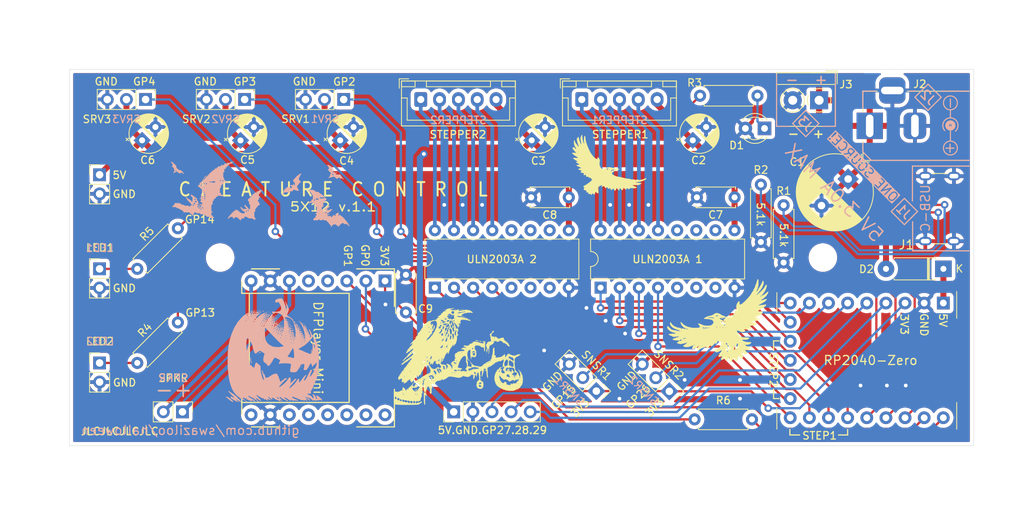
<source format=kicad_pcb>
(kicad_pcb (version 20241229) (generator "pcbnew") (generator_version "9.0")
  (layers (0 "F.Cu" signal) (2 "B.Cu" signal) (13 "F.Paste" user) (15 "B.Paste" user) (5 "F.SilkS" user "F.Silkscreen") (7 "B.SilkS" user "B.Silkscreen") (1 "F.Mask" user) (3 "B.Mask" user) (25 "Edge.Cuts" user))
  (net 0 "")
  (net 1 "5V")
  (net 2 "GND")
  (net 3 "3V3")
  (net 4 "GP0")
  (net 5 "GP1")
  (net 6 "GP2")
  (net 7 "GP3")
  (net 8 "GP4")
  (net 9 "GP5")
  (net 10 "GP6")
  (net 11 "GP7")
  (net 12 "GP8")
  (net 13 "GP9")
  (net 14 "GP10")
  (net 15 "GP11")
  (net 16 "GP12")
  (net 17 "GP13")
  (net 18 "GP14")
  (net 19 "GP15")
  (net 20 "GP26")
  (net 21 "GP27")
  (net 22 "GP28")
  (net 23 "GP29")
  (net 24 "SPKR+")
  (net 25 "SPKR-")
  (net 26 "LED1")
  (net 27 "LED2")
  (net 28 "S1-1")
  (net 29 "S1-2")
  (net 30 "S1-3")
  (net 31 "S1-4")
  (net 32 "S2-1")
  (net 33 "S2-2")
  (net 34 "S2-3")
  (net 35 "S2-4")
  (net 36 "RP-5V")
  (net 37 "D1")
  (net 38 "A5")
  (net 39 "B5")
  (net 40 "DFRX")
  (footprint "Connector_JST:JST_XH_B5B-XH-A_1x05_P2.50mm_Vertical" (layer "F.Cu") (at 126.625 34)
    (property "Reference" "STEPPER2")
    (property "Value" "JST_XH_B5B-XH-A_1x05_P2.50mm_Vertical")
  )
  (footprint "Capacitor_THT:C_Disc_D5.0mm_W2.5mm_P5.00mm" (layer "F.Cu") (at 124.654145 62.286805 90)
    (property "Reference" "C9")
    (property "Value" "C_Disc_D5.0mm_W2.5mm_P5.00mm")
  )
  (footprint "Connector_PinHeader_2.54mm:PinHeader_1x02_P2.54mm_Vertical" (layer "F.Cu") (at 84 69)
    (property "Reference" "LED2")
    (property "Value" "PinHeader_1x02_P2.54mm_Vertical")
  )
  (footprint "Resistor_THT:R_Axial_DIN0207_L6.3mm_D2.5mm_P7.62mm_Horizontal" (layer "F.Cu") (at 89 69 45)
    (property "Reference" "R4")
    (property "Value" "2.2 kΩ")
  )
  (footprint "Connector_PinHeader_2.54mm:PinHeader_1x03_P2.54mm_Vertical" (layer "F.Cu") (at 103.25 34 -90)
    (property "Reference" "SRV2")
    (property "Value" "PinHeader_1x03_P2.54mm_Vertical")
  )
  (footprint "Capacitor_THT:CP_Radial_D5.0mm_P2.50mm" (layer "F.Cu") (at 115.933411 39.426548 45)
    (property "Reference" "C4")
    (property "Value" "CP_Radial_D5.0mm_P2.50mm")
  )
  (footprint "TerminalBlock_4Ucon:TerminalBlock_4Ucon_1x02_P3.50mm_Horizontal" (layer "F.Cu") (at 179.5 34.102759 180)
    (property "Reference" "J3")
    (property "Value" "TerminalBlock_4Ucon_1x02_P3.50mm_Horizontal")
  )
  (footprint "Capacitor_THT:C_Disc_D5.0mm_W2.5mm_P5.00mm" (layer "F.Cu") (at 146.28 47 180)
    (property "Reference" "C8")
    (property "Value" "10nf")
  )
  (footprint "LED_THT:LED_D3.0mm" (layer "F.Cu") (at 172.256099 37.842402 180)
    (property "Reference" "D1")
    (property "Value" "LED_D3.0mm")
  )
  (footprint "cayenne:DFPlayer Mini" (layer "F.Cu") (at 113 67 -90)
    (property "Reference" "DFPlayer Mini")
    (property "Value" "DFPlayer Mini")
  )
  (footprint "Connector_PinHeader_2.54mm:PinHeader_1x02_P2.54mm_Vertical" (layer "F.Cu") (at 95 75.5 -90)
    (property "Reference" "SPKR")
    (property "Value" "PinHeader_1x02_P2.54mm_Vertical")
  )
  (footprint "Resistor_THT:R_Axial_DIN0207_L6.3mm_D2.5mm_P7.62mm_Horizontal" (layer "F.Cu") (at 163.7 33.5)
    (property "Reference" "R3")
    (property "Value" "2.2 kΩ")
  )
  (footprint "Resistor_THT:R_Axial_DIN0207_L6.3mm_D2.5mm_P7.62mm_Horizontal" (layer "F.Cu") (at 174.789112 55.662465 90)
    (property "Reference" "R1")
    (property "Value" "5.1 kΩ" (hide yes))
  )
  (footprint "Connector_PinHeader_2.54mm:PinHeader_1x02_P2.54mm_Vertical" (layer "F.Cu") (at 84 44)
    (property "Reference" "5V")
    (property "Value" "PinHeader_1x02_P2.54mm_Vertical")
  )
  (footprint "Diode_THT:D_DO-41_SOD81_P7.62mm_Horizontal" (layer "F.Cu") (at 195.997177 56.5 180)
    (property "Reference" "D2")
    (property "Value" "D_DO-41_SOD81_P7.62mm_Horizontal")
  )
  (footprint "Connector_PinHeader_2.54mm:PinHeader_1x03_P2.54mm_Vertical" (layer "F.Cu") (at 149.931517 72.743026 -135)
    (property "Reference" "SNSR1")
    (property "Value" "PinHeader_1x03_P2.54mm_Vertical")
  )
  (footprint "MountingHole:MountingHole_3.2mm_M3" (layer "F.Cu") (at 180 55)
    (property "Reference" "REF**" (hide yes))
    (property "Value" "MountingHole_3.2mm_M3" (hide yes))
  )
  (footprint "Connector_JST:JST_XH_B5B-XH-A_1x05_P2.50mm_Vertical" (layer "F.Cu") (at 148 34)
    (property "Reference" "STEPPER1")
    (property "Value" "JST_XH_B5B-XH-A_1x05_P2.50mm_Vertical")
  )
  (footprint "Resistor_THT:R_Axial_DIN0207_L6.3mm_D2.5mm_P7.62mm_Horizontal" (layer "F.Cu") (at 89 56.5 45)
    (property "Reference" " R5")
    (property "Value" "2.2 kΩ")
  )
  (footprint "Connector_PinHeader_2.54mm:PinHeader_1x03_P2.54mm_Vertical" (layer "F.Cu") (at 116.4 34 -90)
    (property "Reference" "SRV1")
    (property "Value" "PinHeader_1x03_P2.54mm_Vertical")
  )
  (footprint "Package_DIP:DIP-16_W7.62mm" (layer "F.Cu") (at 150.5 59 90)
    (property "Reference" "ULN2003A 1")
    (property "Value" "DIP-16_W7.62mm")
  )
  (footprint "Connector_BarrelJack:BarrelJack_Horizontal" (layer "F.Cu") (at 186.215963 37.5 180)
    (property "Reference" "J2")
    (property "Value" "BarrelJack_Horizontal")
  )
  (footprint "Capacitor_THT:C_Disc_D5.0mm_W2.5mm_P5.00mm" (layer "F.Cu") (at 168.28 47 180)
    (property "Reference" "C7")
    (property "Value" "10nf")
  )
  (footprint "cayenne:Crow-Flying" (layer "F.Cu") (at 166.069075 63.33489)
    (property "Reference" "G***" (hide yes))
    (property "Value" "LOGO" (hide yes))
  )
  (footprint "cayenne:Crow-Standing01" (layer "F.Cu") (at 131.801771 67.056209)
    (property "Reference" "G***" (hide yes))
    (property "Value" "LOGO" (hide yes))
  )
  (footprint "Resistor_THT:R_Axial_DIN0207_L6.3mm_D2.5mm_P7.62mm_Horizontal" (layer "F.Cu") (at 171.76957 52.928997 90)
    (property "Reference" "R2")
    (property "Value" "5.1 kΩ" (hide yes))
  )
  (footprint "Connector_USB:USB_C_Receptacle_GCT_USB4125-xx-x-0190_6P_TopMnt_Horizontal" (layer "F.Cu") (at 196.594144 48.5 90)
    (property "Reference" "J1")
    (property "Value" "USB_C_Receptacle_GCT_USB4125-xx-x-0190_6P_TopMnt_Horizontal")
  )
  (footprint "MountingHole:MountingHole_3.2mm_M3" (layer "F.Cu") (at 100 55)
    (property "Reference" "REF**" (hide yes))
    (property "Value" "MountingHole_3.2mm_M3" (hide yes))
  )
  (footprint "Capacitor_THT:CP_Radial_D5.0mm_P2.50mm" (layer "F.Cu") (at 162.732229 39.420164 45)
    (property "Reference" "C2")
    (property "Value" "CP_Radial_D5.0mm_P2.50mm")
  )
  (footprint "Connector_PinHeader_2.54mm:PinHeader_1x05_P2.54mm_Vertical" (layer "F.Cu") (at 131 75.5 90)
    (property "Reference" "REF**" (hide yes))
    (property "Value" "PinHeader_1x05_P2.54mm_Vertical")
  )
  (footprint "Capacitor_THT:CP_Radial_D5.0mm_P2.50mm" (layer "F.Cu") (at 141.355477 39.421024 45)
    (property "Reference" "C3")
    (property "Value" "CP_Radial_D5.0mm_P2.50mm")
  )
  (footprint "Connector_PinHeader_2.54mm:PinHeader_1x03_P2.54mm_Vertical" (layer "F.Cu") (at 90.1 34 -90)
    (property "Reference" "SRV3")
    (property "Value" "PinHeader_1x03_P2.54mm_Vertical")
  )
  (footprint "Package_DIP:DIP-16_W7.62mm" (layer "F.Cu") (at 128.5 59 90)
    (property "Reference" "ULN2003A 2")
    (property "Value" "DIP-16_W7.62mm")
  )
  (footprint "Connector_PinHeader_2.54mm:PinHeader_1x03_P2.54mm_Vertical" (layer "F.Cu") (at 159.621711 72.767512 -135)
    (property "Reference" "SNSR2")
    (property "Value" "PinHeader_1x03_P2.54mm_Vertical")
  )
  (footprint "cayenne:Crow-Flying2" (layer "F.Cu") (at 151.61114 42.679001)
    (property "Reference" "G***" (hide yes))
    (property "Value" "LOGO" (hide yes))
  )
  (footprint "Capacitor_THT:CP_Radial_D10.0mm_P5.00mm" (layer "F.Cu") (at 183.353128 44.560938 -135)
    (property "Reference" "C1")
    (property "Value" "CP_Radial_D10.0mm_P5.00mm")
  )
  (footprint "cayenne:RP2040 Zero" (layer "F.Cu") (at 173 58.5 -90)
    (property "Reference" "RP2040-Zero")
    (property "Value" "RP2040 Zero")
  )
  (footprint "Capacitor_THT:CP_Radial_D5.0mm_P2.50mm" (layer "F.Cu") (at 89.642206 39.42181 45)
    (property "Reference" "C6")
    (property "Value" "CP_Radial_D5.0mm_P2.50mm")
  )
  (footprint "Resistor_THT:R_Axial_DIN0207_L6.3mm_D2.5mm_P7.62mm_Horizontal" (layer "F.Cu") (at 170.593437 76.499738 180)
    (property "Reference" "R6")
    (property "Value" "5.1 kΩ" (hide yes))
  )
  (footprint "Connector_PinHeader_2.54mm:PinHeader_1x02_P2.54mm_Vertical" (layer "F.Cu") (at 84 56.5)
    (property "Reference" "LED1")
    (property "Value" "PinHeader_1x02_P2.54mm_Vertical")
  )
  (footprint "Capacitor_THT:CP_Radial_D5.0mm_P2.50mm" (layer "F.Cu") (at 102.701912 39.433678 45)
    (property "Reference" "C5")
    (property "Value" "CP_Radial_D5.0mm_P2.50mm")
  )
  (footprint "cayenne:Bats01" (layer "B.Cu") (at 105.242184 46.604138 180)
    (property "Reference" "G***" (hide yes))
    (property "Value" "LOGO" (hide yes))
  )
  (footprint "cayenne:Pumpkin01" (layer "B.Cu") (at 106.91691 67.381199 180)
    (property "Reference" "G***" (hide yes))
    (property "Value" "LOGO" (hide yes))
  )
  (footprint "Symbol:Symbol_Barrel_Polarity" (layer "B.Cu") (at 196.85139 37.448943 -90)
    (property "Reference" "REF**" (hide yes))
    (property "Value" "Symbol_Barrel_Polarity" (hide yes))
  )
  (gr_line (start 173.453463 73.734742) (end 173.452176 72.472269) (stroke (width 0.16)) (layer "F.SilkS"))
  (gr_line (start 183.286454 78.572126) (end 182.077272 78.570099) (stroke (width 0.16)) (layer "F.SilkS"))
  (gr_line (start 175.621825 78.572127) (end 176.905732 78.570099) (stroke (width 0.16)) (layer "F.SilkS"))
  (gr_line (start 175.621825 77.83944) (end 175.621825 78.572127) (stroke (width 0.16)) (layer "F.SilkS"))
  (gr_line (start 174.186149 66.070113) (end 173.453462 66.070113) (stroke (width 0.16)) (layer "F.SilkS"))
  (gr_line (start 173.453462 66.070113) (end 173.455652 67.352861) (stroke (width 0.16)) (layer "F.SilkS"))
  (gr_line (start 183.28594 77.839439) (end 183.28594 78.572126) (stroke (width 0.16)) (layer "F.SilkS"))
  (gr_line (start 174.18615 73.734228) (end 173.453463 73.734228) (stroke (width 0.16)) (layer "F.SilkS"))
  (gr_poly (pts (xy 175.986992 37.189923) (xy 177.732236 35.444679) (xy 179.47748 37.189923) (xy 177.732236 38.935167)) (stroke (width 0.16)) (fill no) (layer "B.SilkS"))
  (gr_line (start 173.85631 37.56661) (end 175.52 37.56661) (stroke (width 0.16)) (layer "B.SilkS"))
  (gr_line (start 181.663357 37.56661) (end 181.663357 30.588113) (stroke (width 0.16)) (layer "B.SilkS"))
  (gr_line (start 199.404262 42.844247) (end 191.888958 42.844247) (stroke (width 0.16)) (layer "B.SilkS"))
  (gr_line (start 191.912298 54.105533) (end 199.392592 54.105533) (stroke (width 0.16)) (layer "B.SilkS"))
  (gr_poly (pts (xy 189.070977 48.880938) (xy 190.816221 47.135694) (xy 192.561465 48.880938) (xy 190.816221 50.626182)) (stroke (width 0.16)) (fill no) (layer "B.SilkS"))
  (gr_line (start 179.93 37.56661) (end 181.663357 37.56661) (stroke (width 0.16)) (layer "B.SilkS"))
  (gr_line (start 185.303343 40.965422) (end 186.415857 42.077936) (stroke (width 0.16)) (layer "B.SilkS"))
  (gr_line (start 192.37 32.882192) (end 191.496077 32.882192) (stroke (width 0.16)) (layer "B.SilkS"))
  (gr_line (start 185.303343 39.76733) (end 185.303343 40.965422) (stroke (width 0.16)) (layer "B.SilkS"))
  (gr_line (start 185.295563 32.889971) (end 185.295563 35.161678) (stroke (width 0.16)) (layer "B.SilkS"))
  (gr_line (start 173.85631 30.658132) (end 173.85631 37.56661) (stroke (width 0.16)) (layer "B.SilkS"))
  (gr_line (start 199.307014 32.889971) (end 195.68 32.889971) (stroke (width 0.16)) (layer "B.SilkS"))
  (gr_line (start 186.415857 42.077936) (end 199.384813 42.077936) (stroke (width 0.16)) (layer "B.SilkS"))
  (gr_poly (pts (xy 192.215006 33.70347) (xy 193.96025 31.958226) (xy 195.705494 33.70347) (xy 193.96025 35.448714)) (stroke (width 0.16)) (fill no) (layer "B.SilkS"))
  (gr_line (start 191.888958 42.844247) (end 191.888958 47.49) (stroke (width 0.16)) (layer "B.SilkS"))
  (gr_line (start 186.968224 32.889971) (end 185.295563 32.889971) (stroke (width 0.16)) (layer "B.SilkS"))
  (gr_line (start 191.912298 50.24) (end 191.912298 54.105533) (stroke (width 0.16)) (layer "B.SilkS"))
  (gr_rect (start 80 30) (end 200 80) (stroke (width 0.05)) (fill no) (layer "Edge.Cuts"))
  (gr_text "+  -" (at 177.75 38.002759 180) (layer "F.SilkS") (effects (font (size 1.2 1.2) (thickness 0.2) (bold yes)) (justify bottom)))
  (gr_text "JLCJLCJLCJLC" (at 81.421967 78.676179 0) (layer "F.SilkS") (effects (font (size 1 1) (thickness 0.16)) (justify left bottom)))
  (gr_text "GP15" (at 144.538174 75.419156 45) (layer "F.SilkS") (effects (font (size 1 1) (thickness 0.16)) (justify left bottom)))
  (gr_text "GND" (at 85.654808 59.668404 0) (layer "F.SilkS") (effects (font (size 1 1) (thickness 0.16)) (justify left bottom)))
  (gr_text "GP3" (at 101.701871 32.214825 0) (layer "F.SilkS") (effects (font (size 1 1) (thickness 0.16)) (justify left bottom)))
  (gr_text "GND" (at 85.681041 72.202318 0) (layer "F.SilkS") (effects (font (size 1 1) (thickness 0.16)) (justify left bottom)))
  (gr_text "GP26" (at 154.430261 75.352323 45) (layer "F.SilkS") (effects (font (size 1 1) (thickness 0.16)) (justify left bottom)))
  (gr_text "STEP1" (at 177.178295 79.244312 0) (layer "F.SilkS") (effects (font (size 1 1) (thickness 0.16)) (justify left bottom)))
  (gr_text "5X12 v.1.1" (at 115 48.95643 0) (layer "F.SilkS") (effects (font (size 1.2 1.4) (thickness 0.18)) (justify bottom)))
  (gr_text "GP4" (at 88.351161 32.207005 0) (layer "F.SilkS") (effects (font (size 1 1) (thickness 0.16)) (justify left bottom)))
  (gr_text "GP14" (at 95.235422 50.518751 0) (layer "F.SilkS") (effects (font (size 1 1) (thickness 0.16)) (justify left bottom)))
  (gr_text "C R E A T U R E  C O N T R O L" (at 115 47 0) (layer "F.SilkS") (effects (font (size 1.8 1.6) (thickness 0.25)) (justify bottom)))
  (gr_text "GP1" (at 116.366767 53.1779 270) (layer "F.SilkS") (effects (font (size 1 1) (thickness 0.16)) (justify left bottom)))
  (gr_text "5.1k" (at 171.154541 47.573242 -90) (layer "F.SilkS") (effects (font (size 1 1) (thickness 0.16)) (justify left bottom)))
  (gr_text "GP0" (at 118.662536 53.125724 270) (layer "F.SilkS") (effects (font (size 1 1) (thickness 0.16)) (justify left bottom)))
  (gr_text "5V.GND.GP27.28.29" (at 128.797202 78.52275 0) (layer "F.SilkS") (effects (font (size 1 1) (thickness 0.16)) (justify left bottom)))
  (gr_text "5V" (at 195.360458 62.323938 -90) (layer "F.SilkS") (effects (font (size 1 1) (thickness 0.16)) (justify left bottom)))
  (gr_text "+" (at 93.725 73.7 0) (layer "F.SilkS") (effects (font (size 2 2) (thickness 0.2)) (justify left bottom)))
  (gr_text "-" (at 91.214822 73.7 0) (layer "F.SilkS") (effects (font (size 2 2) (thickness 0.2)) (justify left bottom)))
  (gr_text "GND" (at 192.839797 62.300598 -90) (layer "F.SilkS") (effects (font (size 1 1) (thickness 0.16)) (justify left bottom)))
  (gr_text "GND" (at 109.55 32.2 0) (layer "F.SilkS") (effects (font (size 1 1) (thickness 0.16)) (justify left bottom)))
  (gr_text "GND" (at 83.25 32.2 0) (layer "F.SilkS") (effects (font (size 1 1) (thickness 0.16)) (justify left bottom)))
  (gr_text "3V3" (at 190.225778 62.382286 -90) (layer "F.SilkS") (effects (font (size 1 1) (thickness 0.16)) (justify left bottom)))
  (gr_text "GND" (at 96.4 32.2 0) (layer "F.SilkS") (effects (font (size 1 1) (thickness 0.16)) (justify left bottom)))
  (gr_text "STEP2" (at 172.857866 67.533587 270) (layer "F.SilkS") (effects (font (size 1 1) (thickness 0.16)) (justify left bottom)))
  (gr_text "GND" (at 153.24201 72.959318 45) (layer "F.SilkS") (effects (font (size 1 1) (thickness 0.16)) (justify left bottom)))
  (gr_text "3V3" (at 147.186984 76.450623 45) (layer "F.SilkS") (effects (font (size 1 1) (thickness 0.16)) (justify left bottom)))
  (gr_text "GP2" (at 114.901397 32.227858 0) (layer "F.SilkS") (effects (font (size 1 1) (thickness 0.16)) (justify left bottom)))
  (gr_text "GP13" (at 95.301724 62.917193 0) (layer "F.SilkS") (effects (font (size 1 1) (thickness 0.16)) (justify left bottom)))
  (gr_text "GND" (at 85.646319 47.154857 0) (layer "F.SilkS") (effects (font (size 1 1) (thickness 0.16)) (justify left bottom)))
  (gr_text "3V3" (at 157.079071 76.400295 45) (layer "F.SilkS") (effects (font (size 1 1) (thickness 0.16)) (justify left bottom)))
  (gr_text "GND" (at 143.366427 73.02615 45) (layer "F.SilkS") (effects (font (size 1 1) (thickness 0.16)) (justify left bottom)))
  (gr_text "5.1k" (at 174.226596 50.330215 -90) (layer "F.SilkS") (effects (font (size 1 1) (thickness 0.16)) (justify left bottom)))
  (gr_text "SRV3" (at 87.570003 36.619441 -0) (layer "B.SilkS") (effects (font (size 1 1)) (justify mirror)))
  (gr_text "J2" (at 193.962815 33.696554 -45) (layer "B.SilkS") (effects (font (size 1.2 1.2) (thickness 0.2) (bold yes)) (justify mirror)))
  (gr_text "ONE SOURCE!" (at 184.884461 43.504305 315) (layer "B.SilkS" knockout) (effects (font (size 1.2 1.2) (thickness 0.16)) (justify bottom mirror)))
  (gr_text "+" (at 197.849028 41.176937 0) (layer "B.SilkS") (effects (font (size 1.4 1.4) (thickness 0.16)) (justify left bottom mirror)))
  (gr_text "SRV2" (at 100.724702 36.619441 -0) (layer "B.SilkS") (effects (font (size 1 1)) (justify mirror)))
  (gr_text "LED2" (at 84.104094 66.13218 -0) (layer "B.SilkS") (effects (font (size 1 1)) (justify mirror)))
  (gr_text "STEPPER2" (at 131.625 36.75 -0) (layer "B.SilkS") (effects (font (size 1 1) (thickness 0.16)) (justify mirror)))
  (gr_text "github.com/swaziloo/halloween" (at 96.035723 78.654802 0) (layer "B.SilkS") (effects (font (size 1.2 1.2) (thickness 0.16)) (justify bottom mirror)))
  (gr_text "SNSR2" (at 156.204134 72.654409 315) (layer "B.SilkS") (effects (font (size 1 1)) (justify mirror)))
  (gr_text "+  -" (at 177.823778 30.744201 180) (layer "B.SilkS") (effects (font (size 1.4 1.4) (thickness 0.2) (bold yes)) (justify bottom)))
  (gr_text "LED1" (at 83.999067 53.73893 -0) (layer "B.SilkS") (effects (font (size 1 1)) (justify mirror)))
  (gr_text "SPKR" (at 93.790786 71.02082 -0) (layer "B.SilkS") (effects (font (size 1 1) (thickness 0.16)) (justify mirror)))
  (gr_text "-" (at 91.219624 71.674325 180) (layer "B.SilkS") (effects (font (size 2 2) (thickness 0.2)) (justify left bottom mirror)))
  (gr_text "SNSR1" (at 146.324424 72.717115 315) (layer "B.SilkS") (effects (font (size 1 1)) (justify mirror)))
  (gr_text "SRV1" (at 113.905659 36.593184 -0) (layer "B.SilkS") (effects (font (size 1 1)) (justify mirror)))
  (gr_text "5V 3.0A MAX" (at 180.767428 47.167766 -45) (layer "B.SilkS") (effects (font (size 1.8 1.8) (thickness 0.2)) (justify bottom mirror)))
  (gr_text "J1" (at 190.752767 48.886909 -45) (layer "B.SilkS") (effects (font (size 1.2 1.2) (thickness 0.2) (bold yes)) (justify mirror)))
  (gr_text "-" (at 197.638973 33.509926 90) (layer "B.SilkS") (effects (font (size 1.4 1.4) (thickness 0.16)) (justify left bottom mirror)))
  (gr_text "STEPPER1" (at 153 36.75 -0) (layer "B.SilkS") (effects (font (size 1 1) (thickness 0.16)) (justify mirror)))
  (gr_text "J3" (at 177.683012 37.228193 -45) (layer "B.SilkS") (effects (font (size 1.2 1.2) (thickness 0.2) (bold yes)) (justify mirror)))
  (gr_text "USB-C" (at 194.310184 48.426754 90) (layer "B.SilkS") (effects (font (size 1.2 1.2) (thickness 0.16)) (justify bottom mirror)))
  (gr_text "+" (at 93.729802 71.674325 180) (layer "B.SilkS") (effects (font (size 2 2) (thickness 0.2)) (justify left bottom mirror)))
  (segment (start 168.28 47) (end 168.28 51.38) (width 0.8) (layer "F.Cu") (net 1))
  (segment (start 113.86 34) (end 113.86 37.353137) (width 0.8) (layer "F.Cu") (net 1))
  (segment (start 162.732229 39.420164) (end 161.55372 38.241655) (width 0.3) (layer "F.Cu") (net 1))
  (segment (start 161.55372 38.241655) (end 161.55372 35.64628) (width 0.3) (layer "F.Cu") (net 1))
  (segment (start 185.91813 46.98) (end 186.075348 46.98) (width 0.8) (layer "F.Cu") (net 1))
  (segment (start 141.355477 39.421024) (end 136.625 34.690547) (width 0.8) (layer "F.Cu") (net 1))
  (segment (start 158 34.687935) (end 158 34) (width 0.8) (layer "F.Cu") (net 1))
  (segment (start 127.041753 41.235373) (end 118.54221 41.235373) (width 0.8) (layer "F.Cu") (net 1))
  (segment (start 189.115348 50.02) (end 192.914144 50.02) (width 0.66) (layer "F.Cu") (net 1))
  (segment (start 162.732229 39.420164) (end 164.547438 41.235373) (width 0.8) (layer "F.Cu") (net 1))
  (segment (start 146.32249 41.235373) (end 146.28 41.277863) (width 0.8) (layer "F.Cu") (net 1))
  (segment (start 100.71 37.441766) (end 102.701912 39.433678) (width 0.8) (layer "F.Cu") (net 1))
  (segment (start 168.28 47) (end 168.28 41.235374) (width 0.8) (layer "F.Cu") (net 1))
  (segment (start 104.503607 41.235373) (end 105.609609 41.235373) (width 0.8) (layer "F.Cu") (net 1))
  (segment (start 143.918949 41.235373) (end 165.434517 41.235373) (width 0.8) (layer "F.Cu") (net 1))
  (segment (start 86.764627 41.235373) (end 84 44) (width 0.8) (layer "F.Cu") (net 1))
  (segment (start 100.71 34) (end 100.71 37.441766) (width 0.8) (layer "F.Cu") (net 1))
  (segment (start 87.56 34) (end 87.56 37.339604) (width 0.8) (layer "F.Cu") (net 1))
  (segment (start 146.28 41.277863) (end 146.28 47) (width 0.8) (layer "F.Cu") (net 1))
  (segment (start 113.86 37.353137) (end 115.933411 39.426548) (width 0.8) (layer "F.Cu") (net 1))
  (segment (start 141.355477 39.421024) (end 143.169826 41.235373) (width 0.8) (layer "F.Cu") (net 1))
  (segment (start 188.377177 49.281829) (end 183.353128 44.560938) (width 0.8) (layer "F.Cu") (net 1))
  (segment (start 91.455769 41.235373) (end 91.862905 41.235373) (width 0.8) (layer "F.Cu") (net 1))
  (segment (start 162.732229 39.420164) (end 158 34.687935) (width 0.8) (layer "F.Cu") (net 1))
  (segment (start 115.933411 39.426548) (end 117.742236 41.235373) (width 0.8) (layer "F.Cu") (net 1))
  (segment (start 89.642206 39.42181) (end 91.455769 41.235373) (width 0.8) (layer "F.Cu") (net 1))
  (segment (start 105.609609 41.235373) (end 91.862905 41.235373) (width 0.8) (layer "F.Cu") (net 1))
  (segment (start 186.075348 46.98) (end 192.914144 46.98) (width 0.66) (layer "F.Cu") (net 1))
  (segment (start 168.28 41.235374) (end 168.279999 41.235373) (width 0.8) (layer "F.Cu") (net 1))
  (segment (start 87.56 37.339604) (end 89.642206 39.42181) (width 0.8) (layer "F.Cu") (net 1))
  (segment (start 188.377177 49.281829) (end 188.377177 56.5) (width 0.8) (layer "F.Cu") (net 1))
  (segment (start 183.499068 44.560938) (end 185.91813 46.98) (width 0.8) (layer "F.Cu") (net 1))
  (segment (start 164.547438 41.235373) (end 165.434517 41.235373) (width 0.8) (layer "F.Cu") (net 1))
  (segment (start 91.862905 41.235373) (end 86.764627 41.235373) (width 0.8) (layer "F.Cu") (net 1))
  (segment (start 127.041753 41.235373) (end 143.918949 41.235373) (width 0.8) (layer "F.Cu") (net 1))
  (segment (start 180.027563 41.235373) (end 183.353128 44.560938) (width 0.8) (layer "F.Cu") (net 1))
  (segment (start 146.28 47) (end 146.28 51.38) (width 0.8) (layer "F.Cu") (net 1))
  (segment (start 188.377177 49.281829) (end 189.115348 50.02) (width 0.8) (layer "F.Cu") (net 1))
  (segment (start 161.55372 35.64628) (end 163.7 33.5) (width 0.3) (layer "F.Cu") (net 1))
  (segment (start 118.54221 41.235373) (end 105.609609 41.235373) (width 0.8) (layer "F.Cu") (net 1))
  (segment (start 117.742236 41.235373) (end 118.54221 41.235373) (width 0.8) (layer "F.Cu") (net 1))
  (segment (start 102.701912 39.433678) (end 104.503607 41.235373) (width 0.8) (layer "F.Cu") (net 1))
  (segment (start 143.169826 41.235373) (end 143.918949 41.235373) (width 0.8) (layer "F.Cu") (net 1))
  (segment (start 165.434517 41.235373) (end 180.027563 41.235373) (width 0.8) (layer "F.Cu") (net 1))
  (segment (start 136.625 34.690547) (end 136.625 34) (width 0.8) (layer "F.Cu") (net 1))
  (via (at 127.041753 41.235373) (size 1) (drill 0.5) (layers "F.Cu" "B.Cu") (net 1))
  (segment (start 126.510761 71.010761) (end 131 75.5) (width 0.8) (layer "B.Cu") (net 1))
  (segment (start 127.041753 41.235373) (end 126.510761 41.766365) (width 0.8) (layer "B.Cu") (net 1))
  (segment (start 126.510761 41.766365) (end 126.510761 71.010761) (width 0.8) (layer "B.Cu") (net 1))
  (segment (start 192.215963 37.5) (end 192.215963 45.051819) (width 0.3) (layer "F.Cu") (net 2))
  (segment (start 192.914144 51.25) (end 193.594144 51.93) (width 0.3) (layer "F.Cu") (net 2))
  (segment (start 193.594144 51.93) (end 193.594144 52.82) (width 0.3) (layer "F.Cu") (net 2))
  (segment (start 193.594144 45.07) (end 193.594144 44.18) (width 0.3) (layer "F.Cu") (net 2))
  (segment (start 196.552841 45.75) (end 197.415978 46.613137) (width 0.3) (layer "F.Cu") (net 2))
  (segment (start 196.45508 51.25) (end 192.914144 51.25) (width 0.3) (layer "F.Cu") (net 2))
  (segment (start 192.215963 45.051819) (end 192.914144 45.75) (width 0.3) (layer "F.Cu") (net 2))
  (segment (start 192.914144 45.75) (end 196.552841 45.75) (width 0.3) (layer "F.Cu") (net 2))
  (segment (start 197.415978 50.289102) (end 196.45508 51.25) (width 0.3) (layer "F.Cu") (net 2))
  (segment (start 192.914144 45.75) (end 193.594144 45.07) (width 0.3) (layer "F.Cu") (net 2))
  (segment (start 197.415978 46.613137) (end 197.415978 50.289102) (width 0.3) (layer "F.Cu") (net 2))
  (via (at 143.005078 67.342751) (size 1) (drill 0.5) (layers "F.Cu" "B.Cu") (net 2))
  (via (at 156.840372 48) (size 1) (drill 0.5) (layers "F.Cu" "B.Cu") (net 2))
  (via (at 191 72) (size 1) (drill 0.5) (layers "F.Cu" "B.Cu") (net 2))
  (via (at 132.183595 48) (size 1) (drill 0.5) (layers "F.Cu" "B.Cu") (net 2))
  (via (at 129.744205 48) (size 1) (drill 0.5) (layers "F.Cu" "B.Cu") (net 2))
  (via (at 169 73.75) (size 1) (drill 0.5) (layers "F.Cu" "B.Cu") (net 2))
  (via (at 185 72) (size 1) (drill 0.5) (layers "F.Cu" "B.Cu") (net 2))
  (via (at 188.5 72) (size 1) (drill 0.5) (layers "F.Cu" "B.Cu") (net 2))
  (via (at 169 71.25) (size 1) (drill 0.5) (layers "F.Cu" "B.Cu") (net 2))
  (via (at 161.657158 71.25) (size 1) (drill 0.5) (layers "F.Cu" "B.Cu") (net 2))
  (via (at 151.165343 63.391112) (size 1) (drill 0.5) (layers "F.Cu" "B.Cu") (net 2))
  (via (at 121.941107 61.227953) (size 1) (drill 0.5) (layers "F.Cu" "B.Cu") (net 2))
  (via (at 148.618462 61.68863) (size 1) (drill 0.5) (layers "F.Cu" "B.Cu") (net 2))
  (via (at 151.771283 48) (size 1) (drill 0.5) (layers "F.Cu" "B.Cu") (net 2))
  (via (at 154.285432 48) (size 1) (drill 0.5) (layers "F.Cu" "B.Cu") (net 2))
  (via (at 153.749222 65.093636) (size 1) (drill 0.5) (layers "F.Cu" "B.Cu") (net 2))
  (via (at 153 73.75) (size 1) (drill 0.5) (layers "F.Cu" "B.Cu") (net 2))
  (via (at 134.770734 48) (size 1) (drill 0.5) (layers "F.Cu" "B.Cu") (net 2))
  (segment (start 121.89 59.512045) (end 121.89 58.11) (width 0.3) (layer "F.Cu") (net 3))
  (segment (start 149.931517 72.743026) (end 146.262099 72.743026) (width 0.3) (layer "F.Cu") (net 3))
  (segment (start 130.262622 67.884667) (end 121.89 59.512045) (width 0.3) (layer "F.Cu") (net 3))
  (segment (start 146.262099 72.743026) (end 141.40374 67.884667) (width 0.3) (layer "F.Cu") (net 3))
  (segment (start 170.500527 72.767512) (end 172.745721 75.012706) (width 0.3) (layer "F.Cu") (net 3))
  (segment (start 159.621711 72.767512) (end 170.500527 72.767512) (width 0.3) (layer "F.Cu") (net 3))
  (segment (start 149.931517 72.743026) (end 159.597225 72.743026) (width 0.3) (layer "F.Cu") (net 3))
  (segment (start 141.40374 67.884667) (end 130.262622 67.884667) (width 0.3) (layer "F.Cu") (net 3))
  (via (at 172.745721 75.012706) (size 1) (drill 0.5) (layers "F.Cu" "B.Cu") (net 3))
  (segment (start 176.931652 75.015348) (end 190.907 61.04) (width 0.3) (layer "B.Cu") (net 3))
  (segment (start 174.934494 75.015348) (end 176.931652 75.015348) (width 0.3) (layer "B.Cu") (net 3))
  (segment (start 174.931852 75.012706) (end 174.934494 75.015348) (width 0.3) (layer "B.Cu") (net 3))
  (segment (start 172.745721 75.012706) (end 174.931852 75.012706) (width 0.3) (layer "B.Cu") (net 3))
  (segment (start 193.771508 78.495492) (end 172.589191 78.495492) (width 0.3) (layer "F.Cu") (net 4))
  (segment (start 172.589191 78.495492) (end 170.593437 76.499738) (width 0.3) (layer "F.Cu") (net 4))
  (segment (start 195.987 76.28) (end 193.771508 78.495492) (width 0.3) (layer "F.Cu") (net 4))
  (segment (start 191.975024 77.751976) (end 173.73364 77.751976) (width 0.3) (layer "F.Cu") (net 5))
  (segment (start 140.659325 69.612432) (end 128.312432 69.612432) (width 0.3) (layer "F.Cu") (net 5))
  (segment (start 128.312432 69.612432) (end 116.81 58.11) (width 0.3) (layer "F.Cu") (net 5))
  (segment (start 173.73364 77.751976) (end 170.871441 74.889777) (width 0.3) (layer "F.Cu") (net 5))
  (segment (start 193.447 76.28) (end 191.975024 77.751976) (width 0.3) (layer "F.Cu") (net 5))
  (segment (start 145.93667 74.889777) (end 140.659325 69.612432) (width 0.3) (layer "F.Cu") (net 5))
  (segment (start 170.871441 74.889777) (end 145.93667 74.889777) (width 0.3) (layer "F.Cu") (net 5))
  (segment (start 173.465263 58.522967) (end 190.37457 58.522967) (width 0.3) (layer "F.Cu") (net 6))
  (segment (start 125.893409 53.43749) (end 168.379787 53.43749) (width 0.3) (layer "F.Cu") (net 6))
  (segment (start 123.98506 51.529141) (end 125.893409 53.43749) (width 0.3) (layer "F.Cu") (net 6))
  (segment (start 192.186837 75.000163) (end 190.907 76.28) (width 0.3) (layer "F.Cu") (net 6))
  (segment (start 190.37457 58.522967) (end 192.186837 60.335234) (width 0.3) (layer "F.Cu") (net 6))
  (segment (start 168.379787 53.43749) (end 173.465263 58.522967) (width 0.3) (layer "F.Cu") (net 6))
  (segment (start 192.186837 60.335234) (end 192.186837 75.000163) (width 0.3) (layer "F.Cu") (net 6))
  (via (at 123.98506 51.529141) (size 1) (drill 0.5) (layers "F.Cu" "B.Cu") (net 6))
  (segment (start 119.602501 34) (end 116.4 34) (width 0.3) (layer "B.Cu") (net 6))
  (segment (start 123.98506 38.382559) (end 119.602501 34) (width 0.3) (layer "B.Cu") (net 6))
  (segment (start 123.98506 51.529141) (end 123.98506 38.382559) (width 0.3) (layer "B.Cu") (net 6))
  (segment (start 120.780872 51.530872) (end 123.18849 53.93849) (width 0.3) (layer "F.Cu") (net 7))
  (segment (start 189.6379 60.318046) (end 189.6379 75.0091) (width 0.3) (layer "F.Cu") (net 7))
  (segment (start 189.6379 75.0091) (end 188.367 76.28) (width 0.3) (layer "F.Cu") (net 7))
  (segment (start 188.342821 59.022967) (end 189.6379 60.318046) (width 0.3) (layer "F.Cu") (net 7))
  (segment (start 123.18849 53.93849) (end 168.172266 53.93849) (width 0.3) (layer "F.Cu") (net 7))
  (segment (start 173.256743 59.022967) (end 188.342821 59.022967) (width 0.3) (layer "F.Cu") (net 7))
  (segment (start 168.172266 53.93849) (end 173.256743 59.022967) (width 0.3) (layer "F.Cu") (net 7))
  (via (at 120.780872 51.530872) (size 1) (drill 0.5) (layers "F.Cu" "B.Cu") (net 7))
  (segment (start 120.780872 48.459873) (end 106.320999 34) (width 0.3) (layer "B.Cu") (net 7))
  (segment (start 106.320999 34) (end 103.25 34) (width 0.3) (layer "B.Cu") (net 7))
  (segment (start 120.780872 51.530872) (end 120.780872 48.459873) (width 0.3) (layer "B.Cu") (net 7))
  (segment (start 173.028007 59.523967) (end 186.508349 59.523967) (width 0.3) (layer "F.Cu") (net 8))
  (segment (start 167.942517 54.438477) (end 173.028007 59.523967) (width 0.3) (layer "F.Cu") (net 8))
  (segment (start 107.330697 51.531726) (end 110.237448 54.438477) (width 0.3) (layer "F.Cu") (net 8))
  (segment (start 186.508349 59.523967) (end 187.096697 60.112315) (width 0.3) (layer "F.Cu") (net 8))
  (segment (start 187.096697 75.010303) (end 185.827 76.28) (width 0.3) (layer "F.Cu") (net 8))
  (segment (start 110.237448 54.438477) (end 167.942517 54.438477) (width 0.3) (layer "F.Cu") (net 8))
  (segment (start 187.096697 60.112315) (end 187.096697 75.010303) (width 0.3) (layer "F.Cu") (net 8))
  (via (at 107.330697 51.531726) (size 1) (drill 0.5) (layers "F.Cu" "B.Cu") (net 8))
  (segment (start 107.330697 51.531726) (end 107.330697 48.012079) (width 0.3) (layer "B.Cu") (net 8))
  (segment (start 93.318618 34) (end 90.1 34) (width 0.3) (layer "B.Cu") (net 8))
  (segment (start 107.330697 48.012079) (end 93.318618 34) (width 0.3) (layer "B.Cu") (net 8))
  (segment (start 150.5 61.690171) (end 169.427363 61.690171) (width 0.3) (layer "F.Cu") (net 9))
  (segment (start 176.1459 67.416636) (end 183.287 74.557736) (width 0.3) (layer "F.Cu") (net 9))
  (segment (start 175.153828 67.416636) (end 176.1459 67.416636) (width 0.3) (layer "F.Cu") (net 9))
  (segment (start 183.287 74.557736) (end 183.287 76.28) (width 0.3) (layer "F.Cu") (net 9))
  (segment (start 169.427363 61.690171) (end 175.153828 67.416636) (width 0.3) (layer "F.Cu") (net 9))
  (via (at 150.5 61.690171) (size 1) (drill 0.5) (layers "F.Cu" "B.Cu") (net 9))
  (segment (start 150.5 59) (end 150.5 61.690171) (width 0.3) (layer "B.Cu") (net 9))
  (segment (start 175.11372 69.935288) (end 176.099345 69.935288) (width 0.3) (layer "F.Cu") (net 10))
  (segment (start 180.747 74.582943) (end 180.747 76.28) (width 0.3) (layer "F.Cu") (net 10))
  (segment (start 168.570015 63.391583) (end 175.11372 69.935288) (width 0.3) (layer "F.Cu") (net 10))
  (segment (start 176.099345 69.935288) (end 180.747 74.582943) (width 0.3) (layer "F.Cu") (net 10))
  (segment (start 153.04 63.391583) (end 168.570015 63.391583) (width 0.3) (layer "F.Cu") (net 10))
  (via (at 153.04 63.391583) (size 1) (drill 0.5) (layers "F.Cu" "B.Cu") (net 10))
  (segment (start 153.04 63.391583) (end 153.04 59) (width 0.3) (layer "B.Cu") (net 10))
  (segment (start 176.097189 72.473132) (end 178.207 74.582943) (width 0.3) (layer "F.Cu") (net 11))
  (segment (start 167.736903 65.091583) (end 175.118452 72.473132) (width 0.3) (layer "F.Cu") (net 11))
  (segment (start 155.58 65.091583) (end 167.736903 65.091583) (width 0.3) (layer "F.Cu") (net 11))
  (segment (start 175.118452 72.473132) (end 176.097189 72.473132) (width 0.3) (layer "F.Cu") (net 11))
  (segment (start 178.207 74.582943) (end 178.207 76.28) (width 0.3) (layer "F.Cu") (net 11))
  (via (at 155.58 65.091583) (size 1) (drill 0.5) (layers "F.Cu" "B.Cu") (net 11))
  (segment (start 155.58 65.091583) (end 155.58 59) (width 0.3) (layer "B.Cu") (net 11))
  (segment (start 158.12 66.814327) (end 166.201327 66.814327) (width 0.3) (layer "F.Cu") (net 12))
  (segment (start 166.201327 66.814327) (end 175.667 76.28) (width 0.3) (layer "F.Cu") (net 12))
  (via (at 158.12 66.814327) (size 1) (drill 0.5) (layers "F.Cu" "B.Cu") (net 12))
  (segment (start 158.12 66.814327) (end 158.12 59) (width 0.3) (layer "B.Cu") (net 12))
  (segment (start 135.464327 65.964327) (end 167.108805 65.964327) (width 0.3) (layer "F.Cu") (net 13))
  (segment (start 174.884478 73.74) (end 175.667 73.74) (width 0.3) (layer "F.Cu") (net 13))
  (segment (start 128.5 59) (end 135.464327 65.964327) (width 0.3) (layer "F.Cu") (net 13))
  (segment (start 167.108805 65.964327) (end 174.884478 73.74) (width 0.3) (layer "F.Cu") (net 13))
  (segment (start 168.206938 64.241583) (end 175.165355 71.2) (width 0.3) (layer "F.Cu") (net 14))
  (segment (start 131.04 59) (end 136.281583 64.241583) (width 0.3) (layer "F.Cu") (net 14))
  (segment (start 136.281583 64.241583) (end 168.206938 64.241583) (width 0.3) (layer "F.Cu") (net 14))
  (segment (start 133.58 59) (end 137.120171 62.540171) (width 0.3) (layer "F.Cu") (net 15))
  (segment (start 137.120171 62.540171) (end 168.995528 62.540171) (width 0.3) (layer "F.Cu") (net 15))
  (segment (start 168.995528 62.540171) (end 175.115357 68.66) (width 0.3) (layer "F.Cu") (net 15))
  (segment (start 170.386112 60.839112) (end 175.667 66.12) (width 0.3) (layer "F.Cu") (net 16))
  (segment (start 136.12 59) (end 137.959112 60.839112) (width 0.3) (layer "F.Cu") (net 16))
  (segment (start 137.959112 60.839112) (end 170.386112 60.839112) (width 0.3) (layer "F.Cu") (net 16))
  (segment (start 94.388154 54.46177) (end 97.757269 51.092655) (width 0.3) (layer "F.Cu") (net 17))
  (segment (start 94.388154 63.611846) (end 94.388154 54.46177) (width 0.3) (layer "F.Cu") (net 17))
  (segment (start 97.757269 51.092655) (end 101.585757 51.092655) (width 0.3) (layer "F.Cu") (net 17))
  (segment (start 105.949022 55.45592) (end 167.54292 55.45592) (width 0.3) (layer "F.Cu") (net 17))
  (segment (start 167.54292 55.45592) (end 175.667 63.58) (width 0.3) (layer "F.Cu") (net 17))
  (segment (start 101.585757 51.092655) (end 105.949022 55.45592) (width 0.3) (layer "F.Cu") (net 17))
  (segment (start 96.324834 49.175166) (end 94.388154 51.111846) (width 0.3) (layer "F.Cu") (net 18))
  (segment (start 175.667 61.04) (end 173.83552 61.04) (width 0.3) (layer "F.Cu") (net 18))
  (segment (start 167.742719 54.947199) (end 107.892762 54.947199) (width 0.3) (layer "F.Cu") (net 18))
  (segment (start 107.892762 54.947199) (end 102.120729 49.175166) (width 0.3) (layer "F.Cu") (net 18))
  (segment (start 102.120729 49.175166) (end 96.324834 49.175166) (width 0.3) (layer "F.Cu") (net 18))
  (segment (start 173.83552 61.04) (end 167.742719 54.947199) (width 0.3) (layer "F.Cu") (net 18))
  (segment (start 151.230968 67.851473) (end 163.205423 67.851473) (width 0.3) (layer "B.Cu") (net 19))
  (segment (start 176.936739 62.310261) (end 178.207 61.04) (width 0.3) (layer "B.Cu") (net 19))
  (segment (start 163.205423 67.851473) (end 168.746635 62.310261) (width 0.3) (layer "B.Cu") (net 19))
  (segment (start 148.135466 70.946975) (end 151.230968 67.851473) (width 0.3) (layer "B.Cu") (net 19))
  (segment (start 168.746635 62.310261) (end 176.936739 62.310261) (width 0.3) (layer "B.Cu") (net 19))
  (segment (start 157.82566 70.971461) (end 159.771676 69.025445) (width 0.3) (layer "B.Cu") (net 20))
  (segment (start 167.382482 64.855378) (end 176.931622 64.855378) (width 0.3) (layer "B.Cu") (net 20))
  (segment (start 176.931622 64.855378) (end 180.747 61.04) (width 0.3) (layer "B.Cu") (net 20))
  (segment (start 163.212415 69.025445) (end 167.382482 64.855378) (width 0.3) (layer "B.Cu") (net 20))
  (segment (start 159.771676 69.025445) (end 163.212415 69.025445) (width 0.3) (layer "B.Cu") (net 20))
  (segment (start 167.490609 67.459) (end 160.152158 74.797451) (width 0.3) (layer "B.Cu") (net 21))
  (segment (start 160.152158 74.797451) (end 144.744501 74.797451) (width 0.3) (layer "B.Cu") (net 21))
  (segment (start 137.559505 73.023118) (end 136.08 74.502623) (width 0.3) (layer "B.Cu") (net 21))
  (segment (start 183.287 61.04) (end 176.868 67.459) (width 0.3) (layer "B.Cu") (net 21))
  (segment (start 136.08 74.502623) (end 136.08 75.5) (width 0.3) (layer "B.Cu") (net 21))
  (segment (start 142.970168 73.023118) (end 137.559505 73.023118) (width 0.3) (layer "B.Cu") (net 21))
  (segment (start 176.868 67.459) (end 167.490609 67.459) (width 0.3) (layer "B.Cu") (net 21))
  (segment (start 144.744501 74.797451) (end 142.970168 73.023118) (width 0.3) (layer "B.Cu") (net 21))
  (segment (start 160.640678 75.519027) (end 144.078501 75.519027) (width 0.3) (layer "B.Cu") (net 22))
  (segment (start 142.481174 73.9217) (end 140.1983 73.9217) (width 0.3) (layer "B.Cu") (net 22))
  (segment (start 166.160705 69.999) (end 160.640678 75.519027) (width 0.3) (layer "B.Cu") (net 22))
  (segment (start 185.827 61.04) (end 176.868 69.999) (width 0.3) (layer "B.Cu") (net 22))
  (segment (start 176.868 69.999) (end 166.160705 69.999) (width 0.3) (layer "B.Cu") (net 22))
  (segment (start 140.1983 73.9217) (end 138.62 75.5) (width 0.3) (layer "B.Cu") (net 22))
  (segment (start 144.078501 75.519027) (end 142.481174 73.9217) (width 0.3) (layer "B.Cu") (net 22))
  (segment (start 143.045024 75.5) (end 141.16 75.5) (width 0.3) (layer "B.Cu") (net 23))
  (segment (start 164.871993 72.401) (end 160.979505 76.293488) (width 0.3) (layer "B.Cu") (net 23))
  (segment (start 177.006 72.401) (end 164.871993 72.401) (width 0.3) (layer "B.Cu") (net 23))
  (segment (start 160.979505 76.293488) (end 143.838512 76.293488) (width 0.3) (layer "B.Cu") (net 23))
  (segment (start 143.838512 76.293488) (end 143.045024 75.5) (width 0.3) (layer "B.Cu") (net 23))
  (segment (start 188.367 61.04) (end 177.006 72.401) (width 0.3) (layer "B.Cu") (net 23))
  (segment (start 109.19 61.31) (end 109.19 58.11) (width 0.5) (layer "B.Cu") (net 24))
  (segment (start 95 75.5) (end 109.19 61.31) (width 0.5) (layer "B.Cu") (net 24))
  (segment (start 104.11 63.85) (end 92.46 75.5) (width 0.5) (layer "B.Cu") (net 25))
  (segment (start 104.11 58.11) (end 104.11 63.85) (width 0.5) (layer "B.Cu") (net 25))
  (segment (start 84 56.5) (end 89 56.5) (width 0.3) (layer "F.Cu") (net 26))
  (segment (start 84 69) (end 89 69) (width 0.3) (layer "F.Cu") (net 27))
  (segment (start 148 34) (end 148 35.570758) (width 0.5) (layer "B.Cu") (net 28))
  (segment (start 150.5 38.070758) (end 150.5 51.38) (width 0.5) (layer "B.Cu") (net 28))
  (segment (start 148 35.570758) (end 150.5 38.070758) (width 0.5) (layer "B.Cu") (net 28))
  (segment (start 150.5 35.573437) (end 153.04 38.113437) (width 0.5) (layer "B.Cu") (net 29))
  (segment (start 153.04 38.113437) (end 153.04 51.38) (width 0.5) (layer "B.Cu") (net 29))
  (segment (start 150.5 34) (end 150.5 35.573437) (width 0.5) (layer "B.Cu") (net 29))
  (segment (start 155.58 38.171674) (end 155.58 51.38) (width 0.5) (layer "B.Cu") (net 30))
  (segment (start 153 35.591674) (end 155.58 38.171674) (width 0.5) (layer "B.Cu") (net 30))
  (segment (start 153 34) (end 153 35.591674) (width 0.5) (layer "B.Cu") (net 30))
  (segment (start 158.12 38.183234) (end 158.12 51.38) (width 0.5) (layer "B.Cu") (net 31))
  (segment (start 155.5 35.563234) (end 158.12 38.183234) (width 0.5) (layer "B.Cu") (net 31))
  (segment (start 155.5 34) (end 155.5 35.563234) (width 0.5) (layer "B.Cu") (net 31))
  (segment (start 126.625 34) (end 126.625 35.586367) (width 0.5) (layer "B.Cu") (net 32))
  (segment (start 128.5 37.461367) (end 128.5 51.38) (width 0.5) (layer "B.Cu") (net 32))
  (segment (start 126.625 35.586367) (end 128.5 37.461367) (width 0.5) (layer "B.Cu") (net 32))
  (segment (start 129.125 35.565706) (end 131.04 37.480706) (width 0.5) (layer "B.Cu") (net 33))
  (segment (start 131.04 37.480706) (end 131.04 51.38) (width 0.5) (layer "B.Cu") (net 33))
  (segment (start 129.125 34) (end 129.125 35.565706) (width 0.5) (layer "B.Cu") (net 33))
  (segment (start 133.58 37.507824) (end 133.58 51.38) (width 0.5) (layer "B.Cu") (net 34))
  (segment (start 131.625 34) (end 131.625 35.552824) (width 0.5) (layer "B.Cu") (net 34))
  (segment (start 131.625 35.552824) (end 133.58 37.507824) (width 0.5) (layer "B.Cu") (net 34))
  (segment (start 136.12 37.534943) (end 136.12 51.38) (width 0.5) (layer "B.Cu") (net 35))
  (segment (start 134.125 34) (end 134.125 35.539943) (width 0.5) (layer "B.Cu") (net 35))
  (segment (start 134.125 35.539943) (end 136.12 37.534943) (width 0.5) (layer "B.Cu") (net 35))
  (segment (start 195.997177 56.5) (end 195.997177 61.029823) (width 0.8) (layer "F.Cu") (net 36))
  (segment (start 171.32 36.906303) (end 172.256099 37.842402) (width 0.3) (layer "B.Cu") (net 37))
  (segment (start 171.32 33.5) (end 171.32 36.906303) (width 0.3) (layer "B.Cu") (net 37))
  (segment (start 194.24446 49) (end 192.914144 49) (width 0.3) (layer "F.Cu") (net 38))
  (segment (start 195.313945 48.999214) (end 194.245246 48.999214) (width 0.3) (layer "F.Cu") (net 38))
  (segment (start 194.245246 48.999214) (end 194.24446 49) (width 0.3) (layer "F.Cu") (net 38))
  (via (at 195.313945 48.999214) (size 1) (drill 0.5) (layers "F.Cu" "B.Cu") (net 38))
  (segment (start 194.48732 54.040605) (end 184.874336 54.040605) (width 0.3) (layer "B.Cu") (net 38))
  (segment (start 195.313945 48.999214) (end 195.313945 53.21398) (width 0.3) (layer "B.Cu") (net 38))
  (segment (start 195.313945 53.21398) (end 194.48732 54.040605) (width 0.3) (layer "B.Cu") (net 38))
  (segment (start 184.874336 54.040605) (end 181.710384 50.876653) (width 0.3) (layer "B.Cu") (net 38))
  (segment (start 174.789112 49.503964) (end 174.789112 48.042465) (width 0.3) (layer "B.Cu") (net 38))
  (segment (start 181.710384 50.876653) (end 176.161801 50.876653) (width 0.3) (layer "B.Cu") (net 38))
  (segment (start 176.161801 50.876653) (end 174.789112 49.503964) (width 0.3) (layer "B.Cu") (net 38))
  (segment (start 196.138383 48) (end 192.914144 48) (width 0.3) (layer "F.Cu") (net 39))
  (segment (start 196.15919 47.979193) (end 196.138383 48) (width 0.3) (layer "F.Cu") (net 39))
  (via (at 196.15919 47.979193) (size 1) (drill 0.5) (layers "F.Cu" "B.Cu") (net 39))
  (segment (start 194.694426 54.540605) (end 184.66723 54.540605) (width 0.3) (layer "B.Cu") (net 39))
  (segment (start 184.66723 54.540605) (end 181.503278 51.376653) (width 0.3) (layer "B.Cu") (net 39))
  (segment (start 196.15919 47.979193) (end 196.163945 47.983948) (width 0.3) (layer "B.Cu") (net 39))
  (segment (start 196.163945 47.983948) (end 196.163945 53.071086) (width 0.3) (layer "B.Cu") (net 39))
  (segment (start 175.471489 51.376653) (end 171.76957 47.674734) (width 0.3) (layer "B.Cu") (net 39))
  (segment (start 196.163945 53.071086) (end 194.694426 54.540605) (width 0.3) (layer "B.Cu") (net 39))
  (segment (start 181.503278 51.376653) (end 175.471489 51.376653) (width 0.3) (layer "B.Cu") (net 39))
  (segment (start 171.76957 47.674734) (end 171.76957 45.308997) (width 0.3) (layer "B.Cu") (net 39))
  (segment (start 141.416289 71.531089) (end 146.384938 76.499738) (width 0.3) (layer "F.Cu") (net 40))
  (segment (start 119.288654 64.485729) (end 126.334014 71.531089) (width 0.3) (layer "F.Cu") (net 40))
  (segment (start 126.334014 71.531089) (end 141.416289 71.531089) (width 0.3) (layer "F.Cu") (net 40))
  (segment (start 146.384938 76.499738) (end 162.973437 76.499738) (width 0.3) (layer "F.Cu") (net 40))
  (via (at 119.288654 64.485729) (size 1) (drill 0.5) (layers "F.Cu" "B.Cu") (net 40))
  (segment (start 119.288654 64.485729) (end 119.35 64.424383) (width 0.3) (layer "B.Cu") (net 40))
  (segment (start 119.35 64.424383) (end 119.35 58.11) (width 0.3) (layer "B.Cu") (net 40))
  (zone (net 1) (net_name "5V") (layer "F.Cu") (name "5V") (priority 5) (connect_pads (clearance 0.5)) (min_thickness 0.25) (fill yes (thermal_gap 0.8) (thermal_bridge_width 0.8) (smoothing fillet) (radius 2))
    (polygon (pts (xy 86.00038 40.000203) (xy 87.758049 39.999859) (xy 89.443109 38.332701) (xy 91.138507 39.999197) (xy 101.319914 39.997205) (xy 102.702882 38.606845) (xy 104.159364 39.996649) (xy 114.479228 39.994629) (xy 115.946431 38.560659) (xy 117.379941 39.994061) (xy 139.948463 39.989645) (xy 141.363594 38.621471) (xy 142.806293 39.989086) (xy 161.314801 39.985464) (xy 162.734017 38.584204) (xy 164.147106 39.98491) (xy 176.59 39.982475) (xy 178.086771 38.584917) (xy 178.10424 30.461935) (xy 186.953543 30.466168) (xy 187.02 34.52) (xy 189.793189 37.624498) (xy 189.763028 43.04) (xy 191.020681 44.308939) (xy 191.007882 51.801857) (xy 189.938057 51.802786) (xy 187.4 51.801231) (xy 178.611098 42.999974) (xy 86.000031 43.00006)))
  )
  (zone (net 2) (net_name "GND") (layers "F.Cu" "B.Cu") (name "GND") (priority 2) (connect_pads (clearance 0.5)) (min_thickness 0.25) (fill yes (thermal_gap 0.5) (thermal_bridge_width 0.5) (smoothing fillet) (radius 1))
    (polygon (pts (xy 79.263774 29.327772) (xy 200.561679 29.169419) (xy 200.720032 80.475583) (xy 79.263774 80.554759)))
  )
)
</source>
